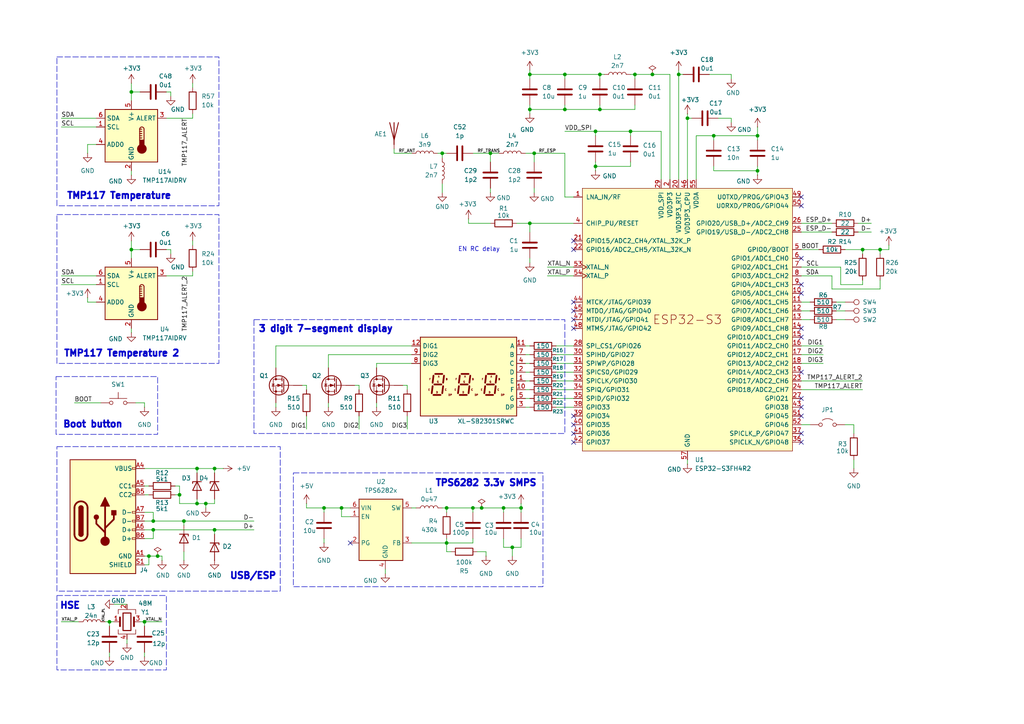
<source format=kicad_sch>
(kicad_sch (version 20250114) (generator "eeschema") (generator_version "9.0")
  (paper "A4")
  (title_block (title "ADBQ USB temperature sensor") (date "2025-11-14") (rev "01") (company "Rémi Ait-Younes"))
  (rectangle (start 85.09 137.16) (end 157.48 170.18) (stroke (width 0) (type dash)))
  (rectangle (start 16.51 62.23) (end 63.5 105.41) (stroke (width 0) (type dash)))
  (rectangle (start 16.51 172.72) (end 48.26 194.31) (stroke (width 0) (type dash)))
  (rectangle (start 16.51 16.51) (end 63.5 59.69) (stroke (width 0) (type dash)))
  (rectangle (start 73.66 92.71) (end 163.83 125.73) (stroke (width 0) (type dash)))
  (rectangle (start 16.51 129.54) (end 81.28 171.45) (stroke (width 0) (type dash)))
  (rectangle (start 16.256 109.22) (end 45.72 125.984) (stroke (width 0) (type dash)))
  (text "TMP117 Temperature" (at 34.544 56.896 0) (effects (font (size 1.905 1.905) (thickness 0.508) (bold yes))))
  (text "USB/ESP" (at 73.406 167.132 0) (effects (font (size 1.905 1.905) (thickness 0.508) (bold yes))))
  (text "TPS6282 3.3v SMPS" (at 140.97 140.208 0) (effects (font (size 1.905 1.905) (thickness 0.508) (bold yes))))
  (text "HSE" (at 20.32 175.768 0) (effects (font (size 1.905 1.905) (thickness 0.508) (bold yes))))
  (text "EN RC delay" (at 138.938 72.39 0) (effects (font (size 1.27 1.27))))
  (text "TMP117 Temperature 2" (at 35.306 102.616 0) (effects (font (size 1.905 1.905) (thickness 0.508) (bold yes))))
  (text "Boot button" (at 26.924 123.19 0) (effects (font (size 1.905 1.905) (thickness 0.508) (bold yes))))
  (text "3 digit 7-segment display" (at 94.488 95.504 0) (effects (font (size 1.905 1.905) (thickness 0.508) (bold yes))))
  (junction (at 219.71 39.37))
  (junction (at 38.1 72.39))
  (junction (at 154.94 44.45))
  (junction (at 41.91 180.34))
  (junction (at 153.67 21.59))
  (junction (at 184.15 21.59))
  (junction (at 99.06 147.32))
  (junction (at 199.39 34.29))
  (junction (at 53.34 151.13))
  (junction (at 146.05 147.32))
  (junction (at 250.19 72.39))
  (junction (at 207.01 39.37))
  (junction (at 153.67 64.77))
  (junction (at 219.71 49.53))
  (junction (at 38.1 26.67))
  (junction (at 52.07 143.51))
  (junction (at 43.18 161.29))
  (junction (at 31.75 180.34))
  (junction (at 173.99 31.75))
  (junction (at 189.23 21.59))
  (junction (at 182.88 38.1))
  (junction (at 62.23 153.67))
  (junction (at 93.98 147.32))
  (junction (at 151.13 147.32))
  (junction (at 44.45 151.13))
  (junction (at 128.27 44.45))
  (junction (at 163.83 21.59))
  (junction (at 142.24 44.45))
  (junction (at 62.23 135.89))
  (junction (at 148.59 158.75))
  (junction (at 173.99 21.59))
  (junction (at 172.72 38.1))
  (junction (at 163.83 31.75))
  (junction (at 45.72 161.29))
  (junction (at 129.54 157.48))
  (junction (at 172.72 48.26))
  (junction (at 129.54 147.32))
  (junction (at 57.15 135.89))
  (junction (at 255.27 72.39))
  (junction (at 153.67 31.75))
  (junction (at 44.45 153.67))
  (junction (at 139.7 147.32))
  (junction (at 196.85 21.59))
  (junction (at 137.16 147.32))
  (junction (at 59.69 146.05))
  (junction (at 57.15 146.05))
  (no_connect (at 232.41 95.25))
  (no_connect (at 166.37 92.71))
  (no_connect (at 232.41 107.95))
  (no_connect (at 166.37 87.63))
  (no_connect (at 232.41 120.65))
  (no_connect (at 166.37 128.27))
  (no_connect (at 232.41 118.11))
  (no_connect (at 232.41 74.93))
  (no_connect (at 166.37 95.25))
  (no_connect (at 101.6 157.48))
  (no_connect (at 232.41 57.15))
  (no_connect (at 232.41 97.79))
  (no_connect (at 166.37 123.19))
  (no_connect (at 232.41 125.73))
  (no_connect (at 232.41 59.69))
  (no_connect (at 232.41 82.55))
  (no_connect (at 232.41 85.09))
  (no_connect (at 166.37 69.85))
  (no_connect (at 166.37 120.65))
  (no_connect (at 232.41 128.27))
  (no_connect (at 166.37 72.39))
  (no_connect (at 232.41 115.57))
  (no_connect (at 166.37 125.73))
  (no_connect (at 166.37 90.17))
  (wire (pts (xy 55.88 33.02) (xy 55.88 34.29)))
  (wire (pts (xy 128.27 53.34) (xy 128.27 55.88)))
  (wire (pts (xy 59.69 146.05) (xy 62.23 146.05)))
  (wire (pts (xy 45.72 161.29) (xy 46.99 161.29)))
  (wire (pts (xy 99.06 147.32) (xy 99.06 149.86)))
  (wire (pts (xy 163.83 44.45) (xy 163.83 57.15)))
  (wire (pts (xy 199.39 34.29) (xy 200.66 34.29)))
  (wire (pts (xy 219.71 48.26) (xy 219.71 49.53)))
  (wire (pts (xy 59.69 147.32) (xy 59.69 146.05)))
  (wire (pts (xy 25.4 41.91) (xy 27.94 41.91)))
  (wire (pts (xy 184.15 31.75) (xy 173.99 31.75)))
  (wire (pts (xy 52.07 140.97) (xy 50.8 140.97)))
  (wire (pts (xy 247.65 123.19) (xy 247.65 125.73)))
  (wire (pts (xy 41.91 180.34) (xy 40.64 180.34)))
  (wire (pts (xy 152.4 100.33) (xy 153.67 100.33)))
  (wire (pts (xy 152.4 110.49) (xy 153.67 110.49)))
  (wire (pts (xy 43.18 161.29) (xy 41.91 161.29)))
  (wire (pts (xy 57.15 146.05) (xy 59.69 146.05)))
  (wire (pts (xy 31.75 190.5) (xy 31.75 189.23)))
  (wire (pts (xy 41.91 116.84) (xy 41.91 118.11)))
  (wire (pts (xy 250.19 72.39) (xy 250.19 73.66)))
  (wire (pts (xy 41.91 189.23) (xy 41.91 190.5)))
  (wire (pts (xy 153.67 21.59) (xy 163.83 21.59)))
  (wire (pts (xy 95.25 102.87) (xy 95.25 106.68)))
  (wire (pts (xy 148.59 158.75) (xy 151.13 158.75)))
  (wire (pts (xy 40.64 72.39) (xy 38.1 72.39)))
  (wire (pts (xy 142.24 46.99) (xy 142.24 44.45)))
  (wire (pts (xy 166.37 105.41) (xy 161.29 105.41)))
  (wire (pts (xy 163.83 57.15) (xy 166.37 57.15)))
  (wire (pts (xy 52.07 146.05) (xy 57.15 146.05)))
  (wire (pts (xy 219.71 49.53) (xy 207.01 49.53)))
  (wire (pts (xy 166.37 115.57) (xy 161.29 115.57)))
  (wire (pts (xy 146.05 158.75) (xy 148.59 158.75)))
  (wire (pts (xy 114.3 44.45) (xy 114.3 43.18)))
  (wire (pts (xy 242.57 92.71) (xy 245.11 92.71)))
  (wire (pts (xy 48.26 80.01) (xy 55.88 80.01)))
  (wire (pts (xy 53.34 151.13) (xy 53.34 152.4)))
  (wire (pts (xy 62.23 153.67) (xy 73.66 153.67)))
  (wire (pts (xy 137.16 147.32) (xy 139.7 147.32)))
  (wire (pts (xy 129.54 160.02) (xy 129.54 157.48)))
  (wire (pts (xy 232.41 90.17) (xy 234.95 90.17)))
  (wire (pts (xy 30.48 180.34) (xy 31.75 180.34)))
  (wire (pts (xy 196.85 20.32) (xy 196.85 21.59)))
  (wire (pts (xy 153.67 64.77) (xy 149.86 64.77)))
  (wire (pts (xy 62.23 144.78) (xy 62.23 146.05)))
  (wire (pts (xy 62.23 135.89) (xy 62.23 137.16)))
  (wire (pts (xy 44.45 156.21) (xy 44.45 153.67)))
  (wire (pts (xy 21.59 116.84) (xy 29.21 116.84)))
  (wire (pts (xy 232.41 105.41) (xy 238.76 105.41)))
  (wire (pts (xy 205.74 21.59) (xy 212.09 21.59)))
  (wire (pts (xy 173.99 30.48) (xy 173.99 31.75)))
  (wire (pts (xy 88.9 111.76) (xy 87.63 111.76)))
  (wire (pts (xy 163.83 31.75) (xy 153.67 31.75)))
  (wire (pts (xy 93.98 147.32) (xy 99.06 147.32)))
  (wire (pts (xy 62.23 153.67) (xy 62.23 154.94)))
  (wire (pts (xy 25.4 86.36) (xy 25.4 87.63)))
  (wire (pts (xy 40.64 26.67) (xy 38.1 26.67)))
  (wire (pts (xy 219.71 49.53) (xy 219.71 50.8)))
  (wire (pts (xy 88.9 120.65) (xy 88.9 124.46)))
  (wire (pts (xy 153.67 67.31) (xy 153.67 64.77)))
  (wire (pts (xy 248.92 64.77) (xy 252.73 64.77)))
  (wire (pts (xy 41.91 116.84) (xy 39.37 116.84)))
  (wire (pts (xy 182.88 38.1) (xy 191.77 38.1)))
  (wire (pts (xy 152.4 105.41) (xy 153.67 105.41)))
  (wire (pts (xy 119.38 157.48) (xy 129.54 157.48)))
  (wire (pts (xy 137.16 156.21) (xy 137.16 157.48)))
  (wire (pts (xy 182.88 48.26) (xy 172.72 48.26)))
  (wire (pts (xy 44.45 151.13) (xy 53.34 151.13)))
  (wire (pts (xy 80.01 100.33) (xy 119.38 100.33)))
  (wire (pts (xy 163.83 38.1) (xy 172.72 38.1)))
  (wire (pts (xy 247.65 133.35) (xy 247.65 135.89)))
  (wire (pts (xy 232.41 72.39) (xy 237.49 72.39)))
  (wire (pts (xy 44.45 153.67) (xy 41.91 153.67)))
  (wire (pts (xy 104.14 111.76) (xy 104.14 113.03)))
  (wire (pts (xy 44.45 153.67) (xy 62.23 153.67)))
  (wire (pts (xy 146.05 158.75) (xy 146.05 156.21)))
  (wire (pts (xy 43.18 163.83) (xy 41.91 163.83)))
  (wire (pts (xy 152.4 107.95) (xy 153.67 107.95)))
  (wire (pts (xy 201.93 39.37) (xy 201.93 52.07)))
  (wire (pts (xy 38.1 69.85) (xy 38.1 72.39)))
  (wire (pts (xy 219.71 39.37) (xy 219.71 40.64)))
  (wire (pts (xy 114.3 44.45) (xy 119.38 44.45)))
  (wire (pts (xy 154.94 46.99) (xy 154.94 44.45)))
  (wire (pts (xy 44.45 151.13) (xy 41.91 151.13)))
  (wire (pts (xy 232.41 123.19) (xy 234.95 123.19)))
  (wire (pts (xy 151.13 158.75) (xy 151.13 156.21)))
  (wire (pts (xy 212.09 21.59) (xy 212.09 22.86)))
  (wire (pts (xy 95.25 116.84) (xy 95.25 118.11)))
  (wire (pts (xy 172.72 48.26) (xy 172.72 49.53)))
  (wire (pts (xy 163.83 21.59) (xy 173.99 21.59)))
  (wire (pts (xy 182.88 21.59) (xy 184.15 21.59)))
  (wire (pts (xy 255.27 72.39) (xy 250.19 72.39)))
  (wire (pts (xy 146.05 147.32) (xy 151.13 147.32)))
  (wire (pts (xy 245.11 123.19) (xy 247.65 123.19)))
  (wire (pts (xy 52.07 146.05) (xy 52.07 143.51)))
  (wire (pts (xy 128.27 147.32) (xy 129.54 147.32)))
  (wire (pts (xy 166.37 102.87) (xy 161.29 102.87)))
  (wire (pts (xy 17.78 82.55) (xy 27.94 82.55)))
  (wire (pts (xy 154.94 54.61) (xy 154.94 55.88)))
  (wire (pts (xy 166.37 118.11) (xy 161.29 118.11)))
  (wire (pts (xy 196.85 21.59) (xy 196.85 52.07)))
  (wire (pts (xy 38.1 24.13) (xy 38.1 26.67)))
  (wire (pts (xy 31.75 181.61) (xy 31.75 180.34)))
  (wire (pts (xy 53.34 160.02) (xy 53.34 162.56)))
  (wire (pts (xy 158.75 80.01) (xy 166.37 80.01)))
  (wire (pts (xy 232.41 92.71) (xy 234.95 92.71)))
  (wire (pts (xy 52.07 140.97) (xy 52.07 143.51)))
  (wire (pts (xy 129.54 157.48) (xy 137.16 157.48)))
  (wire (pts (xy 118.11 120.65) (xy 118.11 124.46)))
  (wire (pts (xy 153.67 31.75) (xy 153.67 30.48)))
  (wire (pts (xy 153.67 74.93) (xy 153.67 76.2)))
  (wire (pts (xy 166.37 100.33) (xy 161.29 100.33)))
  (wire (pts (xy 128.27 45.72) (xy 128.27 44.45)))
  (wire (pts (xy 17.78 80.01) (xy 27.94 80.01)))
  (wire (pts (xy 207.01 39.37) (xy 207.01 40.64)))
  (wire (pts (xy 88.9 147.32) (xy 93.98 147.32)))
  (wire (pts (xy 43.18 161.29) (xy 43.18 163.83)))
  (wire (pts (xy 184.15 21.59) (xy 184.15 22.86)))
  (wire (pts (xy 199.39 133.35) (xy 199.39 134.62)))
  (wire (pts (xy 80.01 106.68) (xy 80.01 100.33)))
  (wire (pts (xy 31.75 180.34) (xy 33.02 180.34)))
  (wire (pts (xy 242.57 90.17) (xy 245.11 90.17)))
  (wire (pts (xy 137.16 44.45) (xy 142.24 44.45)))
  (wire (pts (xy 119.38 105.41) (xy 109.22 105.41)))
  (wire (pts (xy 199.39 33.02) (xy 199.39 34.29)))
  (wire (pts (xy 166.37 110.49) (xy 161.29 110.49)))
  (wire (pts (xy 191.77 38.1) (xy 191.77 52.07)))
  (wire (pts (xy 232.41 102.87) (xy 238.76 102.87)))
  (wire (pts (xy 241.3 80.01) (xy 241.3 83.82)))
  (wire (pts (xy 153.67 31.75) (xy 153.67 33.02)))
  (wire (pts (xy 119.38 102.87) (xy 95.25 102.87)))
  (wire (pts (xy 173.99 21.59) (xy 173.99 22.86)))
  (wire (pts (xy 250.19 72.39) (xy 245.11 72.39)))
  (wire (pts (xy 196.85 21.59) (xy 198.12 21.59)))
  (wire (pts (xy 129.54 147.32) (xy 129.54 148.59)))
  (wire (pts (xy 52.07 143.51) (xy 50.8 143.51)))
  (wire (pts (xy 189.23 21.59) (xy 184.15 21.59)))
  (wire (pts (xy 242.57 87.63) (xy 245.11 87.63)))
  (wire (pts (xy 41.91 135.89) (xy 57.15 135.89)))
  (wire (pts (xy 152.4 102.87) (xy 153.67 102.87)))
  (wire (pts (xy 49.53 72.39) (xy 48.26 72.39)))
  (wire (pts (xy 109.22 105.41) (xy 109.22 106.68)))
  (wire (pts (xy 140.97 161.29) (xy 140.97 160.02)))
  (wire (pts (xy 46.99 161.29) (xy 46.99 162.56)))
  (wire (pts (xy 255.27 81.28) (xy 255.27 83.82)))
  (wire (pts (xy 158.75 77.47) (xy 166.37 77.47)))
  (wire (pts (xy 151.13 146.05) (xy 151.13 147.32)))
  (wire (pts (xy 62.23 135.89) (xy 64.77 135.89)))
  (wire (pts (xy 172.72 38.1) (xy 182.88 38.1)))
  (wire (pts (xy 43.18 140.97) (xy 41.91 140.97)))
  (wire (pts (xy 257.81 72.39) (xy 255.27 72.39)))
  (wire (pts (xy 129.54 156.21) (xy 129.54 157.48)))
  (wire (pts (xy 130.81 160.02) (xy 129.54 160.02)))
  (wire (pts (xy 194.31 21.59) (xy 189.23 21.59)))
  (wire (pts (xy 142.24 44.45) (xy 144.78 44.45)))
  (wire (pts (xy 207.01 39.37) (xy 201.93 39.37)))
  (wire (pts (xy 154.94 44.45) (xy 163.83 44.45)))
  (wire (pts (xy 241.3 83.82) (xy 255.27 83.82)))
  (wire (pts (xy 208.28 34.29) (xy 212.09 34.29)))
  (wire (pts (xy 163.83 30.48) (xy 163.83 31.75)))
  (wire (pts (xy 152.4 115.57) (xy 153.67 115.57)))
  (wire (pts (xy 55.88 78.74) (xy 55.88 80.01)))
  (wire (pts (xy 212.09 35.56) (xy 212.09 34.29)))
  (wire (pts (xy 33.02 175.26) (xy 36.83 175.26)))
  (wire (pts (xy 182.88 38.1) (xy 182.88 39.37)))
  (wire (pts (xy 49.53 26.67) (xy 48.26 26.67)))
  (wire (pts (xy 57.15 135.89) (xy 57.15 137.16)))
  (wire (pts (xy 38.1 49.53) (xy 38.1 50.8)))
  (wire (pts (xy 232.41 67.31) (xy 241.3 67.31)))
  (wire (pts (xy 104.14 120.65) (xy 104.14 124.46)))
  (wire (pts (xy 101.6 149.86) (xy 99.06 149.86)))
  (wire (pts (xy 38.1 26.67) (xy 38.1 29.21)))
  (wire (pts (xy 207.01 48.26) (xy 207.01 49.53)))
  (wire (pts (xy 118.11 111.76) (xy 118.11 113.03)))
  (wire (pts (xy 153.67 21.59) (xy 153.67 22.86)))
  (wire (pts (xy 36.83 185.42) (xy 36.83 186.69)))
  (wire (pts (xy 57.15 135.89) (xy 62.23 135.89)))
  (wire (pts (xy 243.84 82.55) (xy 250.19 82.55)))
  (wire (pts (xy 17.78 34.29) (xy 27.94 34.29)))
  (wire (pts (xy 44.45 148.59) (xy 44.45 151.13)))
  (wire (pts (xy 129.54 44.45) (xy 128.27 44.45)))
  (wire (pts (xy 25.4 44.45) (xy 25.4 41.91)))
  (wire (pts (xy 153.67 20.32) (xy 153.67 21.59)))
  (wire (pts (xy 55.88 69.85) (xy 55.88 71.12)))
  (wire (pts (xy 172.72 39.37) (xy 172.72 38.1)))
  (wire (pts (xy 232.41 87.63) (xy 234.95 87.63)))
  (wire (pts (xy 243.84 77.47) (xy 243.84 82.55)))
  (wire (pts (xy 152.4 113.03) (xy 153.67 113.03)))
  (wire (pts (xy 248.92 67.31) (xy 252.73 67.31)))
  (wire (pts (xy 199.39 52.07) (xy 199.39 34.29)))
  (wire (pts (xy 38.1 72.39) (xy 38.1 74.93)))
  (wire (pts (xy 99.06 147.32) (xy 101.6 147.32)))
  (wire (pts (xy 232.41 113.03) (xy 250.19 113.03)))
  (wire (pts (xy 49.53 73.66) (xy 49.53 72.39)))
  (wire (pts (xy 135.89 63.5) (xy 135.89 64.77)))
  (wire (pts (xy 232.41 77.47) (xy 243.84 77.47)))
  (wire (pts (xy 166.37 107.95) (xy 161.29 107.95)))
  (wire (pts (xy 184.15 30.48) (xy 184.15 31.75)))
  (wire (pts (xy 194.31 52.07) (xy 194.31 21.59)))
  (wire (pts (xy 17.78 36.83) (xy 27.94 36.83)))
  (wire (pts (xy 151.13 147.32) (xy 151.13 148.59)))
  (wire (pts (xy 43.18 143.51) (xy 41.91 143.51)))
  (wire (pts (xy 41.91 181.61) (xy 41.91 180.34)))
  (wire (pts (xy 148.59 158.75) (xy 148.59 161.29)))
  (wire (pts (xy 57.15 144.78) (xy 57.15 146.05)))
  (wire (pts (xy 250.19 82.55) (xy 250.19 81.28)))
  (wire (pts (xy 104.14 111.76) (xy 102.87 111.76)))
  (wire (pts (xy 80.01 116.84) (xy 80.01 118.11)))
  (wire (pts (xy 118.11 111.76) (xy 116.84 111.76)))
  (wire (pts (xy 173.99 21.59) (xy 175.26 21.59)))
  (wire (pts (xy 152.4 44.45) (xy 154.94 44.45)))
  (wire (pts (xy 182.88 46.99) (xy 182.88 48.26)))
  (wire (pts (xy 25.4 87.63) (xy 27.94 87.63)))
  (wire (pts (xy 232.41 80.01) (xy 241.3 80.01)))
  (wire (pts (xy 93.98 147.32) (xy 93.98 148.59)))
  (wire (pts (xy 219.71 39.37) (xy 207.01 39.37)))
  (wire (pts (xy 49.53 27.94) (xy 49.53 26.67)))
  (wire (pts (xy 41.91 148.59) (xy 44.45 148.59)))
  (wire (pts (xy 219.71 36.83) (xy 219.71 39.37)))
  (wire (pts (xy 153.67 64.77) (xy 166.37 64.77)))
  (wire (pts (xy 135.89 64.77) (xy 142.24 64.77)))
  (wire (pts (xy 129.54 147.32) (xy 137.16 147.32)))
  (wire (pts (xy 232.41 110.49) (xy 250.19 110.49)))
  (wire (pts (xy 53.34 151.13) (xy 73.66 151.13)))
  (wire (pts (xy 128.27 44.45) (xy 127 44.45)))
  (wire (pts (xy 43.18 161.29) (xy 45.72 161.29)))
  (wire (pts (xy 41.91 156.21) (xy 44.45 156.21)))
  (wire (pts (xy 142.24 54.61) (xy 142.24 55.88)))
  (wire (pts (xy 152.4 118.11) (xy 153.67 118.11)))
  (wire (pts (xy 255.27 72.39) (xy 255.27 73.66)))
  (wire (pts (xy 257.81 71.12) (xy 257.81 72.39)))
  (wire (pts (xy 140.97 160.02) (xy 138.43 160.02)))
  (wire (pts (xy 232.41 100.33) (xy 238.76 100.33)))
  (wire (pts (xy 55.88 24.13) (xy 55.88 25.4)))
  (wire (pts (xy 232.41 64.77) (xy 241.3 64.77)))
  (wire (pts (xy 93.98 156.21) (xy 93.98 157.48)))
  (wire (pts (xy 111.76 165.1) (xy 111.76 166.37)))
  (wire (pts (xy 41.91 180.34) (xy 46.99 180.34)))
  (wire (pts (xy 173.99 31.75) (xy 163.83 31.75)))
  (wire (pts (xy 119.38 147.32) (xy 120.65 147.32)))
  (wire (pts (xy 109.22 116.84) (xy 109.22 118.11)))
  (wire (pts (xy 88.9 111.76) (xy 88.9 113.03)))
  (wire (pts (xy 137.16 148.59) (xy 137.16 147.32)))
  (wire (pts (xy 172.72 48.26) (xy 172.72 46.99)))
  (wire (pts (xy 88.9 146.05) (xy 88.9 147.32)))
  (wire (pts (xy 38.1 95.25) (xy 38.1 96.52)))
  (wire (pts (xy 166.37 113.03) (xy 161.29 113.03)))
  (wire (pts (xy 163.83 21.59) (xy 163.83 22.86)))
  (wire (pts (xy 146.05 148.59) (xy 146.05 147.32)))
  (wire (pts (xy 17.78 180.34) (xy 22.86 180.34)))
  (wire (pts (xy 139.7 147.32) (xy 146.05 147.32)))
  (wire (pts (xy 48.26 34.29) (xy 55.88 34.29)))
  (label "DIG3" (at 238.76 105.41 180))
  (label "D-" (at 252.73 67.31 180))
  (label "XTAL_P" (at 17.78 180.34 0) (effects (font (size 0.889 0.889))))
  (label "SCL" (at 17.78 82.55 0))
  (label "D+" (at 73.66 153.67 180))
  (label "XTAL_P" (at 158.75 80.01 0))
  (label "DIG1" (at 238.76 100.33 180))
  (label "SCL" (at 17.78 36.83 0))
  (label "TMP117_ALERT" (at 250.19 113.03 180))
  (label "SDA" (at 17.78 80.01 0))
  (label "BOOT" (at 21.59 116.84 0))
  (label "SDA" (at 237.49 80.01 180))
  (label "SDA" (at 17.78 34.29 0))
  (label "BOOT" (at 232.41 72.39 0))
  (label "XTAL_PL" (at 30.48 180.34 90) (effects (font (size 0.635 0.635))))
  (label "TMP117_ALERT_2" (at 250.19 110.49 180))
  (label "DIG1" (at 88.9 124.46 180))
  (label "DIG2" (at 104.14 124.46 180))
  (label "DIG3" (at 118.11 124.46 180))
  (label "RF_ANT" (at 115.57 44.45 0) (effects (font (size 0.889 0.889))))
  (label "D+" (at 252.73 64.77 180))
  (label "ESP_D+" (at 241.3 64.77 180))
  (label "VDD_SPI" (at 163.83 38.1 0))
  (label "TMP117_ALERT_2" (at 54.61 80.01 270))
  (label "TMP117_ALERT" (at 54.61 34.29 270))
  (label "RF_TRANS" (at 138.43 44.45 0) (effects (font (size 0.889 0.889))))
  (label "XTAL_N" (at 46.99 180.34 180) (effects (font (size 0.889 0.889))))
  (label "XTAL_N" (at 158.75 77.47 0))
  (label "DIG2" (at 238.76 102.87 180))
  (label "RF_ESP" (at 156.21 44.45 0) (effects (font (size 0.889 0.889))))
  (label "D-" (at 73.66 151.13 180))
  (label "ESP_D-" (at 241.3 67.31 180))
  (label "SCL" (at 237.49 77.47 180))
  (symbol (lib_id "power:GND") (at 33.02 175.26 270) (unit 1)
    (property "Reference" "#PWR052" (effects (hide yes)))
    (property "Value" "GND" (at 34.29 174.244 90))
    (property "Description" "Power symbol creates a global label with name \"GND\" , ground" (effects (hide yes)))
  )
  (symbol (lib_id "Connector:USB_C_Receptacle_USB2.0_14P") (at 29.21 151.13 0) (unit 1)
    (property "Reference" "J4" (at 42.926 165.354 0) (effects (justify right)))
    (property "Value" "USB_C_Receptacle_USB2.0_14P" (effects (hide yes)))
    (property "Footprint" "Connector_USB:USB_C_Receptacle_HRO_TYPE-C-31-M-12" (effects (hide yes)))
    (property "Datasheet" "https://www.usb.org/sites/default/files/documents/usb_type-c.zip" (effects (hide yes)))
    (property "Description" "USB 2.0-only 14P Type-C Receptacle connector" (effects (hide yes)))
    (property "Manufacturer" "Shou HAN" (effects (hide yes)))
    (property "Manufacturer Part Number" "TYPE-C16PIN" (effects (hide yes)))
    (property "Basic" "X" (effects (hide yes)))
    (property "JLCPCB Part #" "C393939" (effects (hide yes)))
  )
  (symbol (lib_id "power:GND") (at 46.99 162.56 0) (mirror y) (unit 1)
    (property "Reference" "#PWR049" (effects (hide yes)))
    (property "Value" "GND" (at 45.212 166.878 0) (effects (justify right)))
    (property "Description" "Power symbol creates a global label with name \"GND\" , ground" (effects (hide yes)))
  )
  (symbol (lib_id "power:GND") (at 49.53 73.66 0) (unit 1)
    (property "Reference" "#PWR032" (effects (hide yes)))
    (property "Value" "GND" (at 51.562 77.47 0))
    (property "Description" "Power symbol creates a global label with name \"GND\" , ground" (effects (hide yes)))
  )
  (symbol (lib_id "Device:R") (at 55.88 74.93 0) (unit 1)
    (property "Reference" "R24" (at 58.42 73.6599 0) (effects (justify left)))
    (property "Value" "10k" (at 58.42 76.1999 0) (effects (justify left)))
    (property "Footprint" "Resistor_SMD:R_0402_1005Metric" (effects (hide yes)))
    (property "Description" "Resistor" (effects (hide yes)))
    (property "Basic" "Y" (effects (hide yes)))
    (property "JLCPCB Part #" "C25804" (effects (hide yes)))
    (property "Manufacturer" "Uniroyal Elec" (effects (hide yes)))
    (property "Manufacturer Part Number" "0603WAF1002T5E" (effects (hide yes)))
  )
  (symbol (lib_id "Device:R") (at 88.9 116.84 0) (unit 1)
    (property "Reference" "R15" (at 87.122 115.57 0) (effects (justify right)))
    (property "Value" "510" (at 87.122 118.11 0) (effects (justify right)))
    (property "Footprint" "Resistor_SMD:R_0402_1005Metric" (effects (hide yes)))
    (property "Description" "Resistor" (effects (hide yes)))
    (property "Basic" "Y" (effects (hide yes)))
    (property "JLCPCB Part #" "C25123" (effects (hide yes)))
    (property "Manufacturer" "Uniroyal Elec" (effects (hide yes)))
    (property "Manufacturer Part Number" "0402WGF5100TCE" (effects (hide yes)))
  )
  (symbol (lib_id "Device:R") (at 46.99 143.51 270) (mirror x) (unit 1)
    (property "Reference" "R13" (at 46.99 145.796 90))
    (property "Value" "5k1" (at 46.99 147.574 90))
    (property "Footprint" "Resistor_SMD:R_0402_1005Metric" (effects (hide yes)))
    (property "Description" "Resistor" (effects (hide yes)))
    (property "Manufacturer" "Uniroyal Elec" (effects (hide yes)))
    (property "Manufacturer Part Number" "0603WAF5101T5E" (effects (hide yes)))
    (property "Basic" "Y" (effects (hide yes)))
    (property "JLCPCB Part #" "C23186" (effects (hide yes)))
  )
  (symbol (lib_id "Device:R") (at 118.11 116.84 0) (unit 1)
    (property "Reference" "R11" (at 116.332 115.57 0) (effects (justify right)))
    (property "Value" "510" (at 116.332 118.11 0) (effects (justify right)))
    (property "Footprint" "Resistor_SMD:R_0402_1005Metric" (effects (hide yes)))
    (property "Description" "Resistor" (effects (hide yes)))
    (property "Basic" "Y" (effects (hide yes)))
    (property "JLCPCB Part #" "C25123" (effects (hide yes)))
    (property "Manufacturer" "Uniroyal Elec" (effects (hide yes)))
    (property "Manufacturer Part Number" "0402WGF5100TCE" (effects (hide yes)))
  )
  (symbol (lib_id "Device:R") (at 134.62 160.02 90) (mirror x) (unit 1)
    (property "Reference" "R5" (at 134.62 165.608 90))
    (property "Value" "100k" (at 134.62 163.068 90))
    (property "Footprint" "Resistor_SMD:R_0402_1005Metric" (effects (hide yes)))
    (property "Description" "Resistor" (effects (hide yes)))
    (property "Basic" "Y" (effects (hide yes)))
    (property "JLCPCB Part #" "C25741" (effects (hide yes)))
    (property "Manufacturer" "Uniroyal Elec" (effects (hide yes)))
    (property "Manufacturer Part Number" "0402WGF1003TCE" (effects (hide yes)))
  )
  (symbol (lib_id "power:GND") (at 41.91 190.5 0) (unit 1)
    (property "Reference" "#PWR025" (effects (hide yes)))
    (property "Value" "GND" (at 45.212 192.278 0))
    (property "Description" "Power symbol creates a global label with name \"GND\" , ground" (effects (hide yes)))
  )
  (symbol (lib_id "Device:C") (at 154.94 50.8 0) (unit 1)
    (property "Reference" "C28" (at 151.13 49.5299 0) (effects (justify right)))
    (property "Value" "1p2" (at 151.13 52.0699 0) (effects (justify right)))
    (property "Footprint" "Capacitor_SMD:C_0402_1005Metric" (effects (hide yes)))
    (property "Description" "Unpolarized capacitor" (effects (hide yes)))
    (property "Manufacturer" "Murata" (effects (hide yes)))
    (property "Manufacturer Part Number" "GJM1555C1H1R2WB01D" (effects (hide yes)))
    (property "Basic" "X" (effects (hide yes)))
    (property "JLCPCB Part #" "C76899" (effects (hide yes)))
  )
  (symbol (lib_id "Connector:TestPoint") (at 245.11 90.17 270) (unit 1) (in_bom no)
    (property "Reference" "SW3" (at 250.19 90.17 90) (effects (justify left)))
    (property "Value" "TestPoint" (effects (hide yes)))
    (property "Footprint" "TestPoint:TestPoint_Pad_D1.5mm" (effects (hide yes)))
    (property "Description" "test point" (effects (hide yes)))
  )
  (symbol (lib_id "Pers:TPS6282x") (at 111.76 154.94 0) (unit 1)
    (property "Reference" "U2" (at 110.49 139.7 0))
    (property "Value" "TPS6282x" (at 110.49 142.24 0))
    (property "Footprint" "Pers:Texas_VSON-6_1.5x1.5mm_P0.5mm_DMQ0006A" (effects (hide yes)))
    (property "Datasheet" "https://www.ti.com/lit/ds/symlink/tps62826.pdf" (effects (hide yes)))
    (property "Description" "TPS6282x 2.4V to 5.5V Input, 1, 2, 3, 4A Step-Down Converter With 1% OutputAccuracy" (effects (hide yes)))
    (property "Basic" "X" (effects (hide yes)))
    (property "JLCPCB Part #" "C2650334" (effects (hide yes)))
    (property "Manufacturer" "Texas Instruments" (effects (hide yes)))
    (property "Manufacturer Part Number" "TPS62825DMQR" (effects (hide yes)))
  )
  (symbol (lib_id "power:GND") (at 199.39 134.62 0) (unit 1)
    (property "Reference" "#PWR01" (effects (hide yes)))
    (property "Value" "GND" (at 195.58 136.144 0))
    (property "Description" "Power symbol creates a global label with name \"GND\" , ground" (effects (hide yes)))
  )
  (symbol (lib_id "Device:R") (at 157.48 100.33 90) (unit 1)
    (property "Reference" "R16" (at 161.798 101.6 90) (effects (font (size 1.016 1.016))))
    (property "Value" "150" (at 157.48 100.33 90))
    (property "Footprint" "Resistor_SMD:R_0402_1005Metric" (effects (hide yes)))
    (property "Description" "Resistor" (effects (hide yes)))
    (property "Basic" "Y" (effects (hide yes)))
    (property "JLCPCB Part #" "C25082" (effects (hide yes)))
    (property "Manufacturer" "Uniroyal Elec" (effects (hide yes)))
    (property "Manufacturer Part Number" "0402WGF1500TCE" (effects (hide yes)))
  )
  (symbol (lib_id "power:+3V3") (at 135.89 63.5 0) (unit 1)
    (property "Reference" "#PWR04" (effects (hide yes)))
    (property "Value" "+3V3" (at 135.636 59.182 0))
    (property "Description" "Power symbol creates a global label with name \"+3V3\"" (effects (hide yes)))
  )
  (symbol (lib_id "power:GND") (at 111.76 166.37 0) (unit 1)
    (property "Reference" "#PWR010" (effects (hide yes)))
    (property "Value" "GND" (at 107.442 168.402 0))
    (property "Description" "Power symbol creates a global label with name \"GND\" , ground" (effects (hide yes)))
  )
  (symbol (lib_id "Device:L") (at 128.27 49.53 0) (mirror x) (unit 1)
    (property "Reference" "L7" (at 127 48.2599 0) (effects (justify right)))
    (property "Value" "2n7" (at 127 50.7999 0) (effects (justify right)))
    (property "Footprint" "Inductor_SMD:L_0402_1005Metric" (effects (hide yes)))
    (property "Description" "Inductor" (effects (hide yes)))
    (property "JLCPCB Part #" "C77108" (effects (hide yes)))
    (property "Manufacturer" "Murata" (effects (hide yes)))
    (property "Manufacturer Part Number" "LQG15HS2N7S02D" (effects (hide yes)))
    (property "Basic" "X" (effects (hide yes)))
  )
  (symbol (lib_id "Pers:H5VU10U") (at 62.23 140.97 90) (mirror x) (unit 1)
    (property "Reference" "D4" (at 60.452 138.684 90) (effects (justify left)))
    (property "Value" "H5VU10U" (effects (hide yes)))
    (property "Footprint" "Pers:Diode_DFN1006" (effects (hide yes)))
    (property "Datasheet" "https://datasheet.lcsc.com/lcsc/2504101957_hongjiacheng-H5VU10U_C22395519.pdf" (effects (hide yes)))
    (property "Description" "-55℃~+155℃ 0.8pF 16V 200nA 55W@8/20us 5A@8/20us 5V 6V ESD IEC 61000-4-2 Unidirectional DFN1006-2L ESD and Surge Protection (TVS/ESD) ROHS" (effects (hide yes)))
    (property "Basic" "E" (effects (hide yes)))
    (property "JLCPCB Part #" "C22395519" (effects (hide yes)))
    (property "Manufacturer" "hongjiacheng" (effects (hide yes)))
    (property "Manufacturer Part Number" "H5VU10U" (effects (hide yes)))
  )
  (symbol (lib_id "Switch:SW_Push") (at 34.29 116.84 0) (unit 1) (in_bom no)
    (property "Reference" "SW1" (at 34.29 111.506 0))
    (property "Value" "SW_Push" (effects (hide yes)))
    (property "Footprint" "Jumper:SolderJumper-2_P1.3mm_Open_RoundedPad1.0x1.5mm" (effects (hide yes)))
    (property "Description" "Push button switch, generic, two pins" (effects (hide yes)))
  )
  (symbol (lib_id "Device:R") (at 245.11 67.31 90) (mirror x) (unit 1)
    (property "Reference" "R14" (at 245.11 70.104 90))
    (property "Value" "22" (at 245.11 67.31 90))
    (property "Footprint" "Resistor_SMD:R_0402_1005Metric" (effects (hide yes)))
    (property "Description" "Resistor" (effects (hide yes)))
    (property "Basic" "Y" (effects (hide yes)))
    (property "JLCPCB Part #" "C25092" (effects (hide yes)))
    (property "Manufacturer" "Uniroyal Elec" (effects (hide yes)))
    (property "Manufacturer Part Number" "0402WGF220JTCE" (effects (hide yes)))
  )
  (symbol (lib_id "Pers:H5VU10U") (at 62.23 158.75 270) (unit 1)
    (property "Reference" "D2" (at 64.516 158.496 90) (effects (justify left)))
    (property "Value" "H5VU10U" (effects (hide yes)))
    (property "Footprint" "Pers:Diode_DFN1006" (effects (hide yes)))
    (property "Datasheet" "https://datasheet.lcsc.com/lcsc/2504101957_hongjiacheng-H5VU10U_C22395519.pdf" (effects (hide yes)))
    (property "Description" "-55℃~+155℃ 0.8pF 16V 200nA 55W@8/20us 5A@8/20us 5V 6V ESD IEC 61000-4-2 Unidirectional DFN1006-2L ESD and Surge Protection (TVS/ESD) ROHS" (effects (hide yes)))
    (property "Basic" "E" (effects (hide yes)))
    (property "JLCPCB Part #" "C22395519" (effects (hide yes)))
    (property "Manufacturer" "hongjiacheng" (effects (hide yes)))
    (property "Manufacturer Part Number" "H5VU10U" (effects (hide yes)))
  )
  (symbol (lib_id "Pers:H5VU10U") (at 53.34 156.21 270) (unit 1)
    (property "Reference" "D1" (at 55.626 155.956 90) (effects (justify left)))
    (property "Value" "H5VU10U" (effects (hide yes)))
    (property "Footprint" "Pers:Diode_DFN1006" (effects (hide yes)))
    (property "Datasheet" "https://datasheet.lcsc.com/lcsc/2504101957_hongjiacheng-H5VU10U_C22395519.pdf" (effects (hide yes)))
    (property "Description" "-55℃~+155℃ 0.8pF 16V 200nA 55W@8/20us 5A@8/20us 5V 6V ESD IEC 61000-4-2 Unidirectional DFN1006-2L ESD and Surge Protection (TVS/ESD) ROHS" (effects (hide yes)))
    (property "Basic" "E" (effects (hide yes)))
    (property "JLCPCB Part #" "C22395519" (effects (hide yes)))
    (property "Manufacturer" "hongjiacheng" (effects (hide yes)))
    (property "Manufacturer Part Number" "H5VU10U" (effects (hide yes)))
  )
  (symbol (lib_id "power:GND") (at 25.4 44.45 0) (unit 1)
    (property "Reference" "#PWR095" (effects (hide yes)))
    (property "Value" "GND" (at 25.4 49.53 0))
    (property "Description" "Power symbol creates a global label with name \"GND\" , ground" (effects (hide yes)))
  )
  (symbol (lib_id "Device:C") (at 41.91 185.42 0) (unit 1)
    (property "Reference" "C25" (at 43.942 183.642 0) (effects (justify left)))
    (property "Value" "12p" (at 44.196 186.69 0) (effects (justify left)))
    (property "Footprint" "Capacitor_SMD:C_0402_1005Metric" (effects (hide yes)))
    (property "Description" "Unpolarized capacitor" (effects (hide yes)))
    (property "Manufacturer" "Guangdong Fenghua Advanced Tech (FH)" (effects (hide yes)))
    (property "Manufacturer Part Number" "0402CG120J500NT" (effects (hide yes)))
    (property "Basic" "Y" (effects (hide yes)))
    (property "JLCPCB Part #" "C1547" (effects (hide yes)))
  )
  (symbol (lib_id "Connector:TestPoint") (at 245.11 87.63 270) (unit 1) (in_bom no)
    (property "Reference" "SW4" (at 250.19 87.63 90) (effects (justify left)))
    (property "Value" "TestPoint" (effects (hide yes)))
    (property "Footprint" "TestPoint:TestPoint_Pad_D1.5mm" (effects (hide yes)))
    (property "Description" "test point" (effects (hide yes)))
  )
  (symbol (lib_id "power:GND") (at 38.1 96.52 0) (unit 1)
    (property "Reference" "#PWR031" (effects (hide yes)))
    (property "Value" "GND" (at 33.528 98.298 0))
    (property "Description" "Power symbol creates a global label with name \"GND\" , ground" (effects (hide yes)))
  )
  (symbol (lib_id "power:+3V3") (at 38.1 69.85 0) (unit 1)
    (property "Reference" "#PWR030" (effects (hide yes)))
    (property "Value" "+3V3" (at 35.56 65.532 0) (effects (justify left)))
    (property "Description" "Power symbol creates a global label with name \"+3V3\"" (effects (hide yes)))
  )
  (symbol (lib_id "power:GND") (at 148.59 161.29 0) (unit 1)
    (property "Reference" "#PWR013" (effects (hide yes)))
    (property "Value" "GND" (at 148.59 166.37 0))
    (property "Description" "Power symbol creates a global label with name \"GND\" , ground" (effects (hide yes)))
  )
  (symbol (lib_id "Device:C") (at 137.16 152.4 0) (mirror y) (unit 1)
    (property "Reference" "C5" (at 134.62 152.146 0) (effects (justify left)))
    (property "Value" "100p" (at 136.144 154.432 0) (effects (justify left)))
    (property "Footprint" "Capacitor_SMD:C_0402_1005Metric" (effects (hide yes)))
    (property "Description" "Unpolarized capacitor" (effects (hide yes)))
    (property "Basic" "Y" (effects (hide yes)))
    (property "JLCPCB Part #" "C1546" (effects (hide yes)))
    (property "Manufacturer" "Guangdong Fenghua Advanced Tech (FH)" (effects (hide yes)))
    (property "Manufacturer Part Number" "0402CG101J500NT" (effects (hide yes)))
  )
  (symbol (lib_id "power:GND") (at 62.23 162.56 0) (mirror y) (unit 1)
    (property "Reference" "#PWR06" (effects (hide yes)))
    (property "Value" "GND" (at 62.23 166.878 0))
    (property "Description" "Power symbol creates a global label with name \"GND\" , ground" (effects (hide yes)))
  )
  (symbol (lib_id "power:PWR_FLAG") (at 189.23 21.59 0) (unit 1)
    (property "Reference" "#FLG01" (effects (hide yes)))
    (property "Value" "PWR_FLAG" (effects (hide yes)))
    (property "Description" "Special symbol for telling ERC where power comes from" (effects (hide yes)))
  )
  (symbol (lib_id "Device:C") (at 93.98 152.4 0) (unit 1)
    (property "Reference" "C2" (at 88.392 151.384 0) (effects (justify left)))
    (property "Value" "10u" (at 87.884 153.924 0) (effects (justify left)))
    (property "Footprint" "Capacitor_SMD:C_0402_1005Metric" (effects (hide yes)))
    (property "Description" "Unpolarized capacitor" (effects (hide yes)))
    (property "Basic" "Y" (effects (hide yes)))
    (property "JLCPCB Part #" "C15525" (effects (hide yes)))
    (property "Manufacturer" "Samsung Electro-Mechanics " (effects (hide yes)))
    (property "Manufacturer Part Number" "CL05A106MQ5NUNC" (effects (hide yes)))
  )
  (symbol (lib_id "Sensor_Temperature:TMP117xxDRV") (at 38.1 39.37 0) (unit 1)
    (property "Reference" "U14" (at 47.752 49.784 0))
    (property "Value" "TMP117AIDRV" (at 47.752 52.324 0))
    (property "Footprint" "Package_SON:WSON-6-1EP_2x2mm_P0.65mm_EP1x1.6mm" (effects (hide yes)))
    (property "Datasheet" "https://www.ti.com/lit/ds/symlink/tmp117.pdf" (effects (hide yes)))
    (property "Description" "Digital Temperature Sensor with I2C/SMBus Interface, 16 bits, ±0.3°C, one-shot conversion, alert, nist traceable, EEPROM, WSON" (effects (hide yes)))
    (property "Basic" "X" (effects (hide yes)))
    (property "JLCPCB Part #" "C699536" (effects (hide yes)))
    (property "Manufacturer" "Texas Instruments" (effects (hide yes)))
    (property "Manufacturer Part Number" "TMP117AIDRVR" (effects (hide yes)))
  )
  (symbol (lib_id "Device:R") (at 157.48 102.87 90) (unit 1)
    (property "Reference" "R17" (at 161.798 104.14 90) (effects (font (size 1.016 1.016))))
    (property "Value" "150" (at 157.48 102.87 90))
    (property "Footprint" "Resistor_SMD:R_0402_1005Metric" (effects (hide yes)))
    (property "Description" "Resistor" (effects (hide yes)))
    (property "Basic" "Y" (effects (hide yes)))
    (property "JLCPCB Part #" "C25082" (effects (hide yes)))
    (property "Manufacturer" "Uniroyal Elec" (effects (hide yes)))
    (property "Manufacturer Part Number" "0402WGF1500TCE" (effects (hide yes)))
  )
  (symbol (lib_id "Device:C") (at 184.15 26.67 0) (unit 1)
    (property "Reference" "C11" (at 187.96 25.3999 0) (effects (justify left)))
    (property "Value" "0u1" (at 187.96 27.9399 0) (effects (justify left)))
    (property "Footprint" "Capacitor_SMD:C_0402_1005Metric" (effects (hide yes)))
    (property "Description" "Unpolarized capacitor" (effects (hide yes)))
    (property "Manufacturer" "Samsung Electro-Mechanics " (effects (hide yes)))
    (property "Manufacturer Part Number" "CL05B104KB54PNC" (effects (hide yes)))
    (property "Basic" "Y" (effects (hide yes)))
    (property "JLCPCB Part #" "C307331" (effects (hide yes)))
  )
  (symbol (lib_id "power:GND") (at 247.65 135.89 0) (unit 1)
    (property "Reference" "#PWR09" (effects (hide yes)))
    (property "Value" "GND" (at 247.65 140.97 0))
    (property "Description" "Power symbol creates a global label with name \"GND\" , ground" (effects (hide yes)))
  )
  (symbol (lib_id "Device:R") (at 245.11 64.77 90) (unit 1)
    (property "Reference" "R10" (at 245.11 62.23 90))
    (property "Value" "22" (at 245.11 64.77 90))
    (property "Footprint" "Resistor_SMD:R_0402_1005Metric" (effects (hide yes)))
    (property "Description" "Resistor" (effects (hide yes)))
    (property "Basic" "Y" (effects (hide yes)))
    (property "JLCPCB Part #" "C25092" (effects (hide yes)))
    (property "Manufacturer" "Uniroyal Elec" (effects (hide yes)))
    (property "Manufacturer Part Number" "0402WGF220JTCE" (effects (hide yes)))
  )
  (symbol (lib_id "Device:R") (at 46.99 140.97 270) (mirror x) (unit 1)
    (property "Reference" "R12" (at 46.99 137.16 90))
    (property "Value" "5k1" (at 46.99 138.938 90))
    (property "Footprint" "Resistor_SMD:R_0402_1005Metric" (effects (hide yes)))
    (property "Description" "Resistor" (effects (hide yes)))
    (property "Manufacturer" "Uniroyal Elec" (effects (hide yes)))
    (property "Manufacturer Part Number" "0603WAF5101T5E" (effects (hide yes)))
    (property "Basic" "Y" (effects (hide yes)))
    (property "JLCPCB Part #" "C23186" (effects (hide yes)))
  )
  (symbol (lib_id "Device:C") (at 44.45 26.67 90) (unit 1)
    (property "Reference" "C48" (at 48.006 22.098 90))
    (property "Value" "0u1" (at 48.006 24.638 90))
    (property "Footprint" "Capacitor_SMD:C_0402_1005Metric" (effects (hide yes)))
    (property "Description" "Unpolarized capacitor" (effects (hide yes)))
    (property "Basic" "Y" (effects (hide yes)))
    (property "JLCPCB Part #" "C307331" (effects (hide yes)))
    (property "Manufacturer" "Samsung Electro-Mechanics " (effects (hide yes)))
    (property "Manufacturer Part Number" "CL05B104KB54PNC" (effects (hide yes)))
  )
  (symbol (lib_id "Device:R") (at 247.65 129.54 0) (mirror x) (unit 1)
    (property "Reference" "R3" (at 244.348 128.778 0))
    (property "Value" "10k" (at 244.348 130.81 0))
    (property "Footprint" "Resistor_SMD:R_0402_1005Metric" (effects (hide yes)))
    (property "Description" "Resistor" (effects (hide yes)))
    (property "Basic" "Y" (effects (hide yes)))
    (property "JLCPCB Part #" "C25804" (effects (hide yes)))
    (property "Manufacturer" "Uniroyal Elec" (effects (hide yes)))
    (property "Manufacturer Part Number" "0603WAF1002T5E" (effects (hide yes)))
  )
  (symbol (lib_id "power:GND") (at 31.75 190.5 0) (unit 1)
    (property "Reference" "#PWR037" (effects (hide yes)))
    (property "Value" "GND" (at 28.194 192.278 0))
    (property "Description" "Power symbol creates a global label with name \"GND\" , ground" (effects (hide yes)))
  )
  (symbol (lib_id "power:GND") (at 49.53 27.94 0) (unit 1)
    (property "Reference" "#PWR094" (effects (hide yes)))
    (property "Value" "GND" (at 51.562 31.75 0))
    (property "Description" "Power symbol creates a global label with name \"GND\" , ground" (effects (hide yes)))
  )
  (symbol (lib_id "Device:L") (at 123.19 44.45 90) (unit 1)
    (property "Reference" "L6" (at 123.19 39.37 90))
    (property "Value" "3n9" (at 123.19 41.91 90))
    (property "Footprint" "Inductor_SMD:L_0402_1005Metric" (effects (hide yes)))
    (property "Description" "Inductor" (effects (hide yes)))
    (property "Manufacturer" "Murata" (effects (hide yes)))
    (property "Manufacturer Part Number" "LQG15HS3N9S02D" (effects (hide yes)))
    (property "Basic" "X" (effects (hide yes)))
    (property "JLCPCB Part #" "C77109" (effects (hide yes)))
  )
  (symbol (lib_id "Device:R") (at 157.48 110.49 90) (unit 1)
    (property "Reference" "R20" (at 161.798 111.76 90) (effects (font (size 1.016 1.016))))
    (property "Value" "150" (at 157.48 110.49 90))
    (property "Footprint" "Resistor_SMD:R_0402_1005Metric" (effects (hide yes)))
    (property "Description" "Resistor" (effects (hide yes)))
    (property "Basic" "Y" (effects (hide yes)))
    (property "JLCPCB Part #" "C25082" (effects (hide yes)))
    (property "Manufacturer" "Uniroyal Elec" (effects (hide yes)))
    (property "Manufacturer Part Number" "0402WGF1500TCE" (effects (hide yes)))
  )
  (symbol (lib_id "Device:C") (at 31.75 185.42 180) (unit 1)
    (property "Reference" "C23" (at 28.956 183.896 0) (effects (justify left)))
    (property "Value" "12p" (at 28.956 186.436 0) (effects (justify left)))
    (property "Footprint" "Capacitor_SMD:C_0402_1005Metric" (effects (hide yes)))
    (property "Description" "Unpolarized capacitor" (effects (hide yes)))
    (property "Manufacturer" "Guangdong Fenghua Advanced Tech (FH)" (effects (hide yes)))
    (property "Manufacturer Part Number" "0402CG120J500NT" (effects (hide yes)))
    (property "Basic" "Y" (effects (hide yes)))
    (property "JLCPCB Part #" "C1547" (effects (hide yes)))
  )
  (symbol (lib_id "Device:R") (at 146.05 64.77 90) (unit 1)
    (property "Reference" "R1" (at 146.05 60.452 90))
    (property "Value" "10k" (at 146.05 62.484 90))
    (property "Footprint" "Resistor_SMD:R_0402_1005Metric" (effects (hide yes)))
    (property "Description" "Resistor" (effects (hide yes)))
    (property "Basic" "Y" (effects (hide yes)))
    (property "JLCPCB Part #" "C25804" (effects (hide yes)))
    (property "Manufacturer" "Uniroyal Elec" (effects (hide yes)))
    (property "Manufacturer Part Number" "0603WAF1002T5E" (effects (hide yes)))
  )
  (symbol (lib_id "Device:C") (at 204.47 34.29 90) (unit 1)
    (property "Reference" "C17" (at 209.55 29.972 90) (effects (justify left)))
    (property "Value" "0u1" (at 209.55 32.512 90) (effects (justify left)))
    (property "Footprint" "Capacitor_SMD:C_0402_1005Metric" (effects (hide yes)))
    (property "Description" "Unpolarized capacitor" (effects (hide yes)))
    (property "Manufacturer" "Samsung Electro-Mechanics " (effects (hide yes)))
    (property "Manufacturer Part Number" "CL05B104KB54PNC" (effects (hide yes)))
    (property "Basic" "Y" (effects (hide yes)))
    (property "JLCPCB Part #" "C307331" (effects (hide yes)))
  )
  (symbol (lib_id "power:GND") (at 59.69 147.32 0) (mirror y) (unit 1)
    (property "Reference" "#PWR029" (effects (hide yes)))
    (property "Value" "GND" (at 55.88 148.844 0))
    (property "Description" "Power symbol creates a global label with name \"GND\" , ground" (effects (hide yes)))
  )
  (symbol (lib_id "Device:Q_NMOS") (at 111.76 111.76 0) (mirror y) (unit 1)
    (property "Reference" "Q3" (at 107.188 108.966 0) (effects (justify left)))
    (property "Value" "Q_NMOS" (effects (hide yes)))
    (property "Footprint" "Package_TO_SOT_SMD:SOT-323_SC-70" (effects (hide yes)))
    (property "Description" "N-MOSFET transistor" (effects (hide yes)))
    (property "Basic" "E" (effects (hide yes)))
    (property "JLCPCB Part #" "C28646265" (effects (hide yes)))
    (property "Manufacturer" "hongjiacheng" (effects (hide yes)))
    (property "Manufacturer Part Number" "BSS138W" (effects (hide yes)))
  )
  (symbol (lib_id "power:GND") (at 38.1 50.8 0) (unit 1)
    (property "Reference" "#PWR092" (effects (hide yes)))
    (property "Value" "GND" (at 33.528 52.578 0))
    (property "Description" "Power symbol creates a global label with name \"GND\" , ground" (effects (hide yes)))
  )
  (symbol (lib_id "Device:C") (at 207.01 44.45 0) (unit 1)
    (property "Reference" "C13" (at 210.82 43.1799 0) (effects (justify left)))
    (property "Value" "10n" (at 210.82 45.7199 0) (effects (justify left)))
    (property "Footprint" "Capacitor_SMD:C_0402_1005Metric" (effects (hide yes)))
    (property "Description" "Unpolarized capacitor" (effects (hide yes)))
    (property "Manufacturer" "Samsung Electro-Mechanics " (effects (hide yes)))
    (property "Manufacturer Part Number" "CL05B103KB5NNNC" (effects (hide yes)))
    (property "Basic" "Y" (effects (hide yes)))
    (property "JLCPCB Part #" "C15195" (effects (hide yes)))
  )
  (symbol (lib_id "Device:C") (at 182.88 43.18 0) (unit 1)
    (property "Reference" "C16" (at 186.436 42.164 0) (effects (justify left)))
    (property "Value" "0u1" (at 186.436 44.704 0) (effects (justify left)))
    (property "Footprint" "Capacitor_SMD:C_0402_1005Metric" (effects (hide yes)))
    (property "Description" "Unpolarized capacitor" (effects (hide yes)))
    (property "Manufacturer" "Samsung Electro-Mechanics " (effects (hide yes)))
    (property "Manufacturer Part Number" "CL05B104KB54PNC" (effects (hide yes)))
    (property "Basic" "Y" (effects (hide yes)))
    (property "JLCPCB Part #" "C307331" (effects (hide yes)))
  )
  (symbol (lib_id "power:PWR_FLAG") (at 45.72 161.29 0) (unit 1)
    (property "Reference" "#FLG03" (effects (hide yes)))
    (property "Value" "PWR_FLAG" (effects (hide yes)))
    (property "Description" "Special symbol for telling ERC where power comes from" (effects (hide yes)))
  )
  (symbol (lib_id "Device:R") (at 157.48 105.41 90) (unit 1)
    (property "Reference" "R18" (at 161.798 106.68 90) (effects (font (size 1.016 1.016))))
    (property "Value" "150" (at 157.48 105.41 90))
    (property "Footprint" "Resistor_SMD:R_0402_1005Metric" (effects (hide yes)))
    (property "Description" "Resistor" (effects (hide yes)))
    (property "Basic" "Y" (effects (hide yes)))
    (property "JLCPCB Part #" "C25082" (effects (hide yes)))
    (property "Manufacturer" "Uniroyal Elec" (effects (hide yes)))
    (property "Manufacturer Part Number" "0402WGF1500TCE" (effects (hide yes)))
  )
  (symbol (lib_id "Device:R") (at 157.48 107.95 90) (unit 1)
    (property "Reference" "R19" (at 161.798 109.22 90) (effects (font (size 1.016 1.016))))
    (property "Value" "150" (at 157.48 107.95 90))
    (property "Footprint" "Resistor_SMD:R_0402_1005Metric" (effects (hide yes)))
    (property "Description" "Resistor" (effects (hide yes)))
    (property "Basic" "Y" (effects (hide yes)))
    (property "JLCPCB Part #" "C25082" (effects (hide yes)))
    (property "Manufacturer" "Uniroyal Elec" (effects (hide yes)))
    (property "Manufacturer Part Number" "0402WGF1500TCE" (effects (hide yes)))
  )
  (symbol (lib_id "power:GND") (at 153.67 76.2 0) (unit 1)
    (property "Reference" "#PWR03" (effects (hide yes)))
    (property "Value" "GND" (at 153.67 81.28 0))
    (property "Description" "Power symbol creates a global label with name \"GND\" , ground" (effects (hide yes)))
  )
  (symbol (lib_id "power:GND") (at 172.72 49.53 0) (unit 1)
    (property "Reference" "#PWR023" (effects (hide yes)))
    (property "Value" "GND" (at 174.752 51.054 0) (effects (justify left)))
    (property "Description" "Power symbol creates a global label with name \"GND\" , ground" (effects (hide yes)))
  )
  (symbol (lib_id "power:GND") (at 212.09 22.86 0) (unit 1)
    (property "Reference" "#PWR02" (effects (hide yes)))
    (property "Value" "GND" (at 210.566 26.924 0) (effects (justify left)))
    (property "Description" "Power symbol creates a global label with name \"GND\" , ground" (effects (hide yes)))
  )
  (symbol (lib_id "Device:R") (at 157.48 118.11 90) (unit 1)
    (property "Reference" "R23" (at 161.798 119.38 90) (effects (font (size 1.016 1.016))))
    (property "Value" "150" (at 157.48 118.11 90))
    (property "Footprint" "Resistor_SMD:R_0402_1005Metric" (effects (hide yes)))
    (property "Description" "Resistor" (effects (hide yes)))
    (property "Basic" "Y" (effects (hide yes)))
    (property "JLCPCB Part #" "C25082" (effects (hide yes)))
    (property "Manufacturer" "Uniroyal Elec" (effects (hide yes)))
    (property "Manufacturer Part Number" "0402WGF1500TCE" (effects (hide yes)))
  )
  (symbol (lib_id "power:GND") (at 109.22 118.11 0) (unit 1)
    (property "Reference" "#PWR024" (effects (hide yes)))
    (property "Value" "GND" (at 109.22 123.19 0))
    (property "Description" "Power symbol creates a global label with name \"GND\" , ground" (effects (hide yes)))
  )
  (symbol (lib_id "Device:L") (at 124.46 147.32 90) (unit 1)
    (property "Reference" "L1" (at 124.46 142.24 90))
    (property "Value" "0u47" (at 124.46 144.78 90))
    (property "Footprint" "Pers:TDK_TFM201610ALC" (effects (hide yes)))
    (property "Description" "Inductor" (effects (hide yes)))
    (property "Basic" "X" (effects (hide yes)))
    (property "JLCPCB Part #" "C2045043" (effects (hide yes)))
    (property "Manufacturer" "TDK" (effects (hide yes)))
    (property "Manufacturer Part Number" "TFM201610ALC-R47MTAA" (effects (hide yes)))
  )
  (symbol (lib_id "Device:C") (at 142.24 50.8 0) (unit 1)
    (property "Reference" "C29" (at 138.43 49.5299 0) (effects (justify right)))
    (property "Value" "1p2" (at 138.43 52.0699 0) (effects (justify right)))
    (property "Footprint" "Capacitor_SMD:C_0402_1005Metric" (effects (hide yes)))
    (property "Description" "Unpolarized capacitor" (effects (hide yes)))
    (property "Manufacturer" "Murata" (effects (hide yes)))
    (property "Manufacturer Part Number" "GJM1555C1H1R2WB01D" (effects (hide yes)))
    (property "Basic" "X" (effects (hide yes)))
    (property "JLCPCB Part #" "C76899" (effects (hide yes)))
  )
  (symbol (lib_id "Device:L") (at 26.67 180.34 90) (unit 1)
    (property "Reference" "L3" (at 26.416 176.022 90))
    (property "Value" "24n" (at 26.416 178.562 90))
    (property "Footprint" "Inductor_SMD:L_0402_1005Metric" (effects (hide yes)))
    (property "Description" "Inductor" (effects (hide yes)))
    (property "Manufacturer" "Murata" (effects (hide yes)))
    (property "Manufacturer Part Number" "LQW15AN24NG00D" (effects (hide yes)))
    (property "Basic" "X" (effects (hide yes)))
    (property "JLCPCB Part #" "C167472" (effects (hide yes)))
  )
  (symbol (lib_id "Device:Q_NMOS") (at 82.55 111.76 0) (mirror y) (unit 1)
    (property "Reference" "Q1" (at 77.978 108.966 0) (effects (justify left)))
    (property "Value" "Q_NMOS" (effects (hide yes)))
    (property "Footprint" "Package_TO_SOT_SMD:SOT-323_SC-70" (effects (hide yes)))
    (property "Description" "N-MOSFET transistor" (effects (hide yes)))
    (property "Basic" "E" (effects (hide yes)))
    (property "JLCPCB Part #" "C28646265" (effects (hide yes)))
    (property "Manufacturer" "hongjiacheng" (effects (hide yes)))
    (property "Manufacturer Part Number" "BSS138W" (effects (hide yes)))
  )
  (symbol (lib_id "Device:R") (at 129.54 152.4 0) (unit 1)
    (property "Reference" "R4" (at 127 151.1299 0) (effects (justify right)))
    (property "Value" "430k" (at 127 153.6699 0) (effects (justify right)))
    (property "Footprint" "Resistor_SMD:R_0603_1608Metric" (effects (hide yes)))
    (property "Description" "Resistor" (effects (hide yes)))
    (property "Basic" "E" (effects (hide yes)))
    (property "JLCPCB Part #" "C25969" (effects (hide yes)))
    (property "Manufacturer" "Uniroyal Elec" (effects (hide yes)))
    (property "Manufacturer Part Number" "0603WAF4303T5E" (effects (hide yes)))
  )
  (symbol (lib_id "Device:Crystal_GND24") (at 36.83 180.34 0) (unit 1)
    (property "Reference" "Y1" (at 42.164 177.546 0))
    (property "Value" "48M" (at 42.164 175.006 0))
    (property "Footprint" "Crystal:Crystal_SMD_2016-4Pin_2.0x1.6mm" (effects (hide yes)))
    (property "Description" "Four pin crystal, GND on pins 2 and 4" (effects (hide yes)))
    (property "Manufacturer" "TROQ" (effects (hide yes)))
    (property "Manufacturer Part Number" "R940000096" (effects (hide yes)))
    (property "Basic" "X" (effects (hide yes)))
    (property "JLCPCB Part #" "C7206306" (effects (hide yes)))
  )
  (symbol (lib_id "Device:R") (at 238.76 92.71 90) (unit 1)
    (property "Reference" "R8" (at 238.76 94.742 90))
    (property "Value" "510" (at 238.76 92.71 90))
    (property "Footprint" "Resistor_SMD:R_0402_1005Metric" (effects (hide yes)))
    (property "Description" "Resistor" (effects (hide yes)))
    (property "Basic" "Y" (effects (hide yes)))
    (property "JLCPCB Part #" "C25123" (effects (hide yes)))
    (property "Manufacturer" "Uniroyal Elec" (effects (hide yes)))
    (property "Manufacturer Part Number" "0402WGF5100TCE" (effects (hide yes)))
  )
  (symbol (lib_id "power:+3V3") (at 153.67 20.32 0) (unit 1)
    (property "Reference" "#PWR015" (effects (hide yes)))
    (property "Value" "+3V3" (at 153.67 15.24 0))
    (property "Description" "Power symbol creates a global label with name \"+3V3\"" (effects (hide yes)))
  )
  (symbol (lib_id "Device:C") (at 173.99 26.67 0) (unit 1)
    (property "Reference" "C10" (at 177.546 25.4 0) (effects (justify left)))
    (property "Value" "0u1" (at 177.546 27.94 0) (effects (justify left)))
    (property "Footprint" "Capacitor_SMD:C_0402_1005Metric" (effects (hide yes)))
    (property "Description" "Unpolarized capacitor" (effects (hide yes)))
    (property "Manufacturer" "Samsung Electro-Mechanics " (effects (hide yes)))
    (property "Manufacturer Part Number" "CL05B104KB54PNC" (effects (hide yes)))
    (property "Basic" "Y" (effects (hide yes)))
    (property "JLCPCB Part #" "C307331" (effects (hide yes)))
  )
  (symbol (lib_id "Device:R") (at 157.48 113.03 90) (unit 1)
    (property "Reference" "R21" (at 161.798 114.3 90) (effects (font (size 1.016 1.016))))
    (property "Value" "150" (at 157.48 113.03 90))
    (property "Footprint" "Resistor_SMD:R_0402_1005Metric" (effects (hide yes)))
    (property "Description" "Resistor" (effects (hide yes)))
    (property "Basic" "Y" (effects (hide yes)))
    (property "JLCPCB Part #" "C25082" (effects (hide yes)))
    (property "Manufacturer" "Uniroyal Elec" (effects (hide yes)))
    (property "Manufacturer Part Number" "0402WGF1500TCE" (effects (hide yes)))
  )
  (symbol (lib_id "Device:C") (at 201.93 21.59 90) (unit 1)
    (property "Reference" "C18" (at 207.01 17.272 90) (effects (justify left)))
    (property "Value" "0u1" (at 207.01 19.812 90) (effects (justify left)))
    (property "Footprint" "Capacitor_SMD:C_0402_1005Metric" (effects (hide yes)))
    (property "Description" "Unpolarized capacitor" (effects (hide yes)))
    (property "Manufacturer" "Samsung Electro-Mechanics " (effects (hide yes)))
    (property "Manufacturer Part Number" "CL05B104KB54PNC" (effects (hide yes)))
    (property "Basic" "Y" (effects (hide yes)))
    (property "JLCPCB Part #" "C307331" (effects (hide yes)))
  )
  (symbol (lib_id "power:GND") (at 153.67 33.02 0) (unit 1)
    (property "Reference" "#PWR014" (effects (hide yes)))
    (property "Value" "GND" (at 154.94 37.592 0) (effects (justify right)))
    (property "Description" "Power symbol creates a global label with name \"GND\" , ground" (effects (hide yes)))
  )
  (symbol (lib_id "power:GND") (at 41.91 118.11 0) (unit 1)
    (property "Reference" "#PWR08" (effects (hide yes)))
    (property "Value" "GND" (at 41.91 123.19 0))
    (property "Description" "Power symbol creates a global label with name \"GND\" , ground" (effects (hide yes)))
  )
  (symbol (lib_id "Device:R") (at 55.88 29.21 0) (unit 1)
    (property "Reference" "R57" (at 58.42 27.9399 0) (effects (justify left)))
    (property "Value" "10k" (at 58.42 30.4799 0) (effects (justify left)))
    (property "Footprint" "Resistor_SMD:R_0402_1005Metric" (effects (hide yes)))
    (property "Description" "Resistor" (effects (hide yes)))
    (property "Basic" "Y" (effects (hide yes)))
    (property "JLCPCB Part #" "C25804" (effects (hide yes)))
    (property "Manufacturer" "Uniroyal Elec" (effects (hide yes)))
    (property "Manufacturer Part Number" "0603WAF1002T5E" (effects (hide yes)))
  )
  (symbol (lib_id "power:GND") (at 212.09 35.56 0) (unit 1)
    (property "Reference" "#PWR028" (effects (hide yes)))
    (property "Value" "GND" (at 213.868 37.592 0) (effects (justify left)))
    (property "Description" "Power symbol creates a global label with name \"GND\" , ground" (effects (hide yes)))
  )
  (symbol (lib_id "Device:L") (at 179.07 21.59 90) (unit 1)
    (property "Reference" "L2" (at 179.07 16.51 90))
    (property "Value" "2n7" (at 179.07 19.05 90))
    (property "Footprint" "Inductor_SMD:L_0402_1005Metric" (effects (hide yes)))
    (property "Description" "Inductor" (effects (hide yes)))
    (property "Manufacturer" "Murata" (effects (hide yes)))
    (property "Manufacturer Part Number" "LQG15HS2N7S02D" (effects (hide yes)))
    (property "Basic" "X" (effects (hide yes)))
    (property "JLCPCB Part #" "C77108" (effects (hide yes)))
  )
  (symbol (lib_id "power:GND") (at 128.27 55.88 0) (unit 1)
    (property "Reference" "#PWR0106" (effects (hide yes)))
    (property "Value" "GND" (at 128.27 59.944 0))
    (property "Description" "Power symbol creates a global label with name \"GND\" , ground" (effects (hide yes)))
  )
  (symbol (lib_id "Device:C") (at 44.45 72.39 90) (unit 1)
    (property "Reference" "C6" (at 48.006 67.818 90))
    (property "Value" "0u1" (at 48.006 70.358 90))
    (property "Footprint" "Capacitor_SMD:C_0402_1005Metric" (effects (hide yes)))
    (property "Description" "Unpolarized capacitor" (effects (hide yes)))
    (property "Basic" "Y" (effects (hide yes)))
    (property "JLCPCB Part #" "C307331" (effects (hide yes)))
    (property "Manufacturer" "Samsung Electro-Mechanics " (effects (hide yes)))
    (property "Manufacturer Part Number" "CL05B104KB54PNC" (effects (hide yes)))
  )
  (symbol (lib_id "power:+3V3") (at 151.13 146.05 0) (unit 1)
    (property "Reference" "#PWR020" (effects (hide yes)))
    (property "Value" "+3V3" (at 147.066 144.018 0))
    (property "Description" "Power symbol creates a global label with name \"+3V3\"" (effects (hide yes)))
  )
  (symbol (lib_id "power:GND") (at 140.97 161.29 0) (unit 1)
    (property "Reference" "#PWR019" (effects (hide yes)))
    (property "Value" "GND" (at 140.97 166.37 0))
    (property "Description" "Power symbol creates a global label with name \"GND\" , ground" (effects (hide yes)))
  )
  (symbol (lib_id "Connector:TestPoint") (at 245.11 92.71 270) (unit 1) (in_bom no)
    (property "Reference" "SW2" (at 250.19 92.71 90) (effects (justify left)))
    (property "Value" "TestPoint" (effects (hide yes)))
    (property "Footprint" "TestPoint:TestPoint_Pad_D1.5mm" (effects (hide yes)))
    (property "Description" "test point" (effects (hide yes)))
  )
  (symbol (lib_id "Device:R") (at 238.76 87.63 90) (mirror x) (unit 1)
    (property "Reference" "R6" (at 238.76 85.598 90))
    (property "Value" "510" (at 238.76 87.63 90))
    (property "Footprint" "Resistor_SMD:R_0402_1005Metric" (effects (hide yes)))
    (property "Description" "Resistor" (effects (hide yes)))
    (property "Basic" "Y" (effects (hide yes)))
    (property "JLCPCB Part #" "C25123" (effects (hide yes)))
    (property "Manufacturer" "Uniroyal Elec" (effects (hide yes)))
    (property "Manufacturer Part Number" "0402WGF5100TCE" (effects (hide yes)))
  )
  (symbol (lib_id "power:GND") (at 219.71 50.8 0) (unit 1)
    (property "Reference" "#PWR018" (effects (hide yes)))
    (property "Value" "GND" (at 217.678 52.578 0) (effects (justify right)))
    (property "Description" "Power symbol creates a global label with name \"GND\" , ground" (effects (hide yes)))
  )
  (symbol (lib_id "Device:Q_NMOS") (at 97.79 111.76 0) (mirror y) (unit 1)
    (property "Reference" "Q2" (at 93.218 108.966 0) (effects (justify left)))
    (property "Value" "Q_NMOS" (effects (hide yes)))
    (property "Footprint" "Package_TO_SOT_SMD:SOT-323_SC-70" (effects (hide yes)))
    (property "Description" "N-MOSFET transistor" (effects (hide yes)))
    (property "Basic" "E" (effects (hide yes)))
    (property "JLCPCB Part #" "C28646265" (effects (hide yes)))
    (property "Manufacturer" "hongjiacheng" (effects (hide yes)))
    (property "Manufacturer Part Number" "BSS138W" (effects (hide yes)))
  )
  (symbol (lib_id "Device:C") (at 133.35 44.45 270) (unit 1)
    (property "Reference" "C52" (at 133.35 36.83 90))
    (property "Value" "1p" (at 133.35 39.37 90))
    (property "Footprint" "Capacitor_SMD:C_0402_1005Metric" (effects (hide yes)))
    (property "Description" "Unpolarized capacitor" (effects (hide yes)))
    (property "Manufacturer" "Guangdong Fenghua Advanced Tech (FH)" (effects (hide yes)))
    (property "Manufacturer Part Number" "0402CG1R0C500NT" (effects (hide yes)))
    (property "Basic" "X" (effects (hide yes)))
    (property "JLCPCB Part #" "C1550" (effects (hide yes)))
  )
  (symbol (lib_id "Device:Antenna") (at 114.3 38.1 0) (unit 1)
    (property "Reference" "AE1" (at 112.268 38.862 0) (effects (justify right)))
    (property "Value" "Antenna" (effects (hide yes)))
    (property "Footprint" "RF_Antenna:Johanson_2450AT18x100" (effects (hide yes)))
    (property "Description" "Antenna" (effects (hide yes)))
    (property "Basic" "X" (effects (hide yes)))
    (property "JLCPCB Part #" "C89334" (effects (hide yes)))
    (property "Manufacturer" "Johanson Dielectrics " (effects (hide yes)))
    (property "Manufacturer Part Number" "2450AT18A100E" (effects (hide yes)))
  )
  (symbol (lib_id "Device:C") (at 153.67 26.67 0) (unit 1)
    (property "Reference" "C8" (at 157.226 25.4 0) (effects (justify left)))
    (property "Value" "10u" (at 157.226 27.94 0) (effects (justify left)))
    (property "Footprint" "Capacitor_SMD:C_0402_1005Metric" (effects (hide yes)))
    (property "Description" "Unpolarized capacitor" (effects (hide yes)))
    (property "Manufacturer" "Samsung Electro-Mechanics " (effects (hide yes)))
    (property "Manufacturer Part Number" "CL05A106MQ5NUNC" (effects (hide yes)))
    (property "Basic" "Y" (effects (hide yes)))
    (property "JLCPCB Part #" "C15525" (effects (hide yes)))
  )
  (symbol (lib_id "power:+3V3") (at 38.1 24.13 0) (unit 1)
    (property "Reference" "#PWR093" (effects (hide yes)))
    (property "Value" "+3V3" (at 35.56 19.812 0) (effects (justify left)))
    (property "Description" "Power symbol creates a global label with name \"+3V3\"" (effects (hide yes)))
  )
  (symbol (lib_id "Pers:H5VU10U") (at 57.15 140.97 90) (mirror x) (unit 1)
    (property "Reference" "D3" (at 55.372 138.684 90) (effects (justify left)))
    (property "Value" "H5VU10U" (effects (hide yes)))
    (property "Footprint" "Pers:Diode_DFN1006" (effects (hide yes)))
    (property "Datasheet" "https://datasheet.lcsc.com/lcsc/2504101957_hongjiacheng-H5VU10U_C22395519.pdf" (effects (hide yes)))
    (property "Description" "-55℃~+155℃ 0.8pF 16V 200nA 55W@8/20us 5A@8/20us 5V 6V ESD IEC 61000-4-2 Unidirectional DFN1006-2L ESD and Surge Protection (TVS/ESD) ROHS" (effects (hide yes)))
    (property "Basic" "E" (effects (hide yes)))
    (property "JLCPCB Part #" "C22395519" (effects (hide yes)))
    (property "Manufacturer" "hongjiacheng" (effects (hide yes)))
    (property "Manufacturer Part Number" "H5VU10U" (effects (hide yes)))
  )
  (symbol (lib_id "power:+3V3") (at 219.71 36.83 0) (unit 1)
    (property "Reference" "#PWR017" (effects (hide yes)))
    (property "Value" "+3V3" (at 219.71 31.75 0))
    (property "Description" "Power symbol creates a global label with name \"+3V3\"" (effects (hide yes)))
  )
  (symbol (lib_id "power:GND") (at 154.94 55.88 0) (unit 1)
    (property "Reference" "#PWR057" (effects (hide yes)))
    (property "Value" "GND" (at 158.75 57.658 0))
    (property "Description" "Power symbol creates a global label with name \"GND\" , ground" (effects (hide yes)))
  )
  (symbol (lib_id "Jumper:Jumper_2_Open") (at 240.03 123.19 0) (unit 1) (in_bom no)
    (property "Reference" "JP1" (at 240.03 118.872 0))
    (property "Value" "Jumper_2_Open" (effects (hide yes)))
    (property "Footprint" "Jumper:SolderJumper-2_P1.3mm_Open_RoundedPad1.0x1.5mm" (effects (hide yes)))
    (property "Description" "Jumper, 2-pole, open" (effects (hide yes)))
  )
  (symbol (lib_id "Device:C") (at 172.72 43.18 0) (unit 1)
    (property "Reference" "C15" (at 176.276 41.91 0) (effects (justify left)))
    (property "Value" "1u" (at 176.276 44.45 0) (effects (justify left)))
    (property "Footprint" "Capacitor_SMD:C_0402_1005Metric" (effects (hide yes)))
    (property "Description" "Unpolarized capacitor" (effects (hide yes)))
    (property "Manufacturer" "Samsung Electro-Mechanics " (effects (hide yes)))
    (property "Manufacturer Part Number" "CL05A105KA5NQNC" (effects (hide yes)))
    (property "Basic" "Y" (effects (hide yes)))
    (property "JLCPCB Part #" "C52923" (effects (hide yes)))
  )
  (symbol (lib_id "Device:R") (at 157.48 115.57 90) (unit 1)
    (property "Reference" "R22" (at 161.798 116.84 90) (effects (font (size 1.016 1.016))))
    (property "Value" "150" (at 157.48 115.57 90))
    (property "Footprint" "Resistor_SMD:R_0402_1005Metric" (effects (hide yes)))
    (property "Description" "Resistor" (effects (hide yes)))
    (property "Basic" "Y" (effects (hide yes)))
    (property "JLCPCB Part #" "C25082" (effects (hide yes)))
    (property "Manufacturer" "Uniroyal Elec" (effects (hide yes)))
    (property "Manufacturer Part Number" "0402WGF1500TCE" (effects (hide yes)))
  )
  (symbol (lib_id "power:GND") (at 95.25 118.11 0) (unit 1)
    (property "Reference" "#PWR022" (effects (hide yes)))
    (property "Value" "GND" (at 95.25 123.19 0))
    (property "Description" "Power symbol creates a global label with name \"GND\" , ground" (effects (hide yes)))
  )
  (symbol (lib_id "power:+3V3") (at 55.88 24.13 0) (unit 1)
    (property "Reference" "#PWR096" (effects (hide yes)))
    (property "Value" "+3V3" (at 53.34 19.812 0) (effects (justify left)))
    (property "Description" "Power symbol creates a global label with name \"+3V3\"" (effects (hide yes)))
  )
  (symbol (lib_id "Device:C") (at 151.13 152.4 0) (unit 1)
    (property "Reference" "C4" (at 153.924 152.146 0) (effects (justify left)))
    (property "Value" "10u" (at 153.416 154.432 0) (effects (justify left)))
    (property "Footprint" "Capacitor_SMD:C_0402_1005Metric" (effects (hide yes)))
    (property "Description" "Unpolarized capacitor" (effects (hide yes)))
    (property "Basic" "Y" (effects (hide yes)))
    (property "JLCPCB Part #" "C15525" (effects (hide yes)))
    (property "Manufacturer" "Samsung Electro-Mechanics " (effects (hide yes)))
    (property "Manufacturer Part Number" "CL05A106MQ5NUNC" (effects (hide yes)))
  )
  (symbol (lib_id "Pers:XL-SB2301SRWC") (at 127 107.95 0) (unit 1) (in_bom no)
    (property "Reference" "U3" (at 125.73 122.174 0))
    (property "Value" "XL-SB2301SRWC" (at 140.97 122.174 0))
    (property "Footprint" "Pers:XL-SB2301SRWC" (effects (hide yes)))
    (property "Datasheet" "https://mm.digikey.com/Volume0/opasdata/d220001/medias/docus/7696/XL-SB2301SRWC.pdf" (effects (hide yes)))
    (property "Description" "Three digits 7 segment green LED, common anode" (effects (hide yes)))
  )
  (symbol (lib_id "Device:R") (at 104.14 116.84 0) (unit 1)
    (property "Reference" "R9" (at 102.362 115.57 0) (effects (justify right)))
    (property "Value" "510" (at 102.362 118.11 0) (effects (justify right)))
    (property "Footprint" "Resistor_SMD:R_0402_1005Metric" (effects (hide yes)))
    (property "Description" "Resistor" (effects (hide yes)))
    (property "Basic" "Y" (effects (hide yes)))
    (property "JLCPCB Part #" "C25123" (effects (hide yes)))
    (property "Manufacturer" "Uniroyal Elec" (effects (hide yes)))
    (property "Manufacturer Part Number" "0402WGF5100TCE" (effects (hide yes)))
  )
  (symbol (lib_id "power:+3V3") (at 257.81 71.12 0) (unit 1)
    (property "Reference" "#PWR05" (effects (hide yes)))
    (property "Value" "+3V3" (at 257.556 67.056 0))
    (property "Description" "Power symbol creates a global label with name \"+3V3\"" (effects (hide yes)))
  )
  (symbol (lib_id "power:+3V3") (at 196.85 20.32 0) (unit 1)
    (property "Reference" "#PWR027" (effects (hide yes)))
    (property "Value" "+3V3" (at 196.85 15.24 0))
    (property "Description" "Power symbol creates a global label with name \"+3V3\"" (effects (hide yes)))
  )
  (symbol (lib_id "power:+3V3") (at 199.39 33.02 0) (unit 1)
    (property "Reference" "#PWR026" (effects (hide yes)))
    (property "Value" "+3V3" (at 200.152 28.956 0))
    (property "Description" "Power symbol creates a global label with name \"+3V3\"" (effects (hide yes)))
  )
  (symbol (lib_id "Device:C") (at 153.67 71.12 0) (mirror y) (unit 1)
    (property "Reference" "C1" (at 150.368 69.85 0) (effects (justify left)))
    (property "Value" "1u" (at 150.368 72.39 0) (effects (justify left)))
    (property "Footprint" "Capacitor_SMD:C_0402_1005Metric" (effects (hide yes)))
    (property "Description" "Unpolarized capacitor" (effects (hide yes)))
    (property "Basic" "Y" (effects (hide yes)))
    (property "JLCPCB Part #" "C52923" (effects (hide yes)))
    (property "Manufacturer" "Samsung Electro-Mechanics " (effects (hide yes)))
    (property "Manufacturer Part Number" "CL05A105KA5NQNC" (effects (hide yes)))
  )
  (symbol (lib_id "power:+5V") (at 88.9 146.05 0) (mirror y) (unit 1)
    (property "Reference" "#PWR011" (effects (hide yes)))
    (property "Value" "+5V" (at 88.9 140.97 0))
    (property "Description" "Power symbol creates a global label with name \"+5V\"" (effects (hide yes)))
  )
  (symbol (lib_id "power:PWR_FLAG") (at 139.7 147.32 0) (unit 1)
    (property "Reference" "#FLG02" (effects (hide yes)))
    (property "Value" "PWR_FLAG" (effects (hide yes)))
    (property "Description" "Special symbol for telling ERC where power comes from" (effects (hide yes)))
  )
  (symbol (lib_id "power:GND") (at 142.24 55.88 0) (unit 1)
    (property "Reference" "#PWR055" (effects (hide yes)))
    (property "Value" "GND" (at 146.05 57.404 0))
    (property "Description" "Power symbol creates a global label with name \"GND\" , ground" (effects (hide yes)))
  )
  (symbol (lib_id "Sensor_Temperature:TMP117xxDRV") (at 38.1 85.09 0) (unit 1)
    (property "Reference" "U4" (at 47.752 95.504 0))
    (property "Value" "TMP117AIDRV" (at 47.752 98.044 0))
    (property "Footprint" "Package_SON:WSON-6-1EP_2x2mm_P0.65mm_EP1x1.6mm" (effects (hide yes)))
    (property "Datasheet" "https://www.ti.com/lit/ds/symlink/tmp117.pdf" (effects (hide yes)))
    (property "Description" "Digital Temperature Sensor with I2C/SMBus Interface, 16 bits, ±0.3°C, one-shot conversion, alert, nist traceable, EEPROM, WSON" (effects (hide yes)))
    (property "Basic" "X" (effects (hide yes)))
    (property "JLCPCB Part #" "C699536" (effects (hide yes)))
    (property "Manufacturer" "Texas Instruments" (effects (hide yes)))
    (property "Manufacturer Part Number" "TMP117AIDRVR" (effects (hide yes)))
  )
  (symbol (lib_id "power:GND") (at 53.34 162.56 0) (mirror y) (unit 1)
    (property "Reference" "#PWR046" (effects (hide yes)))
    (property "Value" "GND" (at 53.34 166.878 0))
    (property "Description" "Power symbol creates a global label with name \"GND\" , ground" (effects (hide yes)))
  )
  (symbol (lib_id "power:+3V3") (at 55.88 69.85 0) (unit 1)
    (property "Reference" "#PWR033" (effects (hide yes)))
    (property "Value" "+3V3" (at 53.34 65.532 0) (effects (justify left)))
    (property "Description" "Power symbol creates a global label with name \"+3V3\"" (effects (hide yes)))
  )
  (symbol (lib_id "power:GND") (at 36.83 186.69 0) (unit 1)
    (property "Reference" "#PWR016" (effects (hide yes)))
    (property "Value" "GND" (at 36.83 190.754 0))
    (property "Description" "Power symbol creates a global label with name \"GND\" , ground" (effects (hide yes)))
  )
  (symbol (lib_id "Device:L") (at 148.59 44.45 90) (unit 1)
    (property "Reference" "L4" (at 148.59 39.37 90))
    (property "Value" "2n7" (at 148.59 41.91 90))
    (property "Footprint" "Inductor_SMD:L_0402_1005Metric" (effects (hide yes)))
    (property "Description" "Inductor" (effects (hide yes)))
    (property "Manufacturer" "Murata" (effects (hide yes)))
    (property "Manufacturer Part Number" "LQG15HS2N7S02D" (effects (hide yes)))
    (property "Basic" "X" (effects (hide yes)))
    (property "JLCPCB Part #" "C77108" (effects (hide yes)))
  )
  (symbol (lib_id "PCM_Espressif:ESP32-S3") (at 199.39 92.71 0) (unit 1)
    (property "Reference" "U1" (at 201.5333 133.35 0) (effects (justify left)))
    (property "Value" "ESP32-S3FH4R2" (at 201.5333 135.89 0) (effects (justify left)))
    (property "Footprint" "Package_DFN_QFN:QFN-56-1EP_7x7mm_P0.4mm_EP5.6x5.6mm" (effects (hide yes)))
    (property "Datasheet" "https://www.espressif.com/sites/default/files/documentation/esp32-s3_datasheet_en.pdf" (effects (hide yes)))
    (property "Description" "ESP32-S3 is a low-power MCU-based system-on-chip (SoC) that supports 2.4 GHz Wi-Fi and Bluetooth® Low Energy (Bluetooth LE). It consists of high-performance dual-core microprocessor (Xtensa® 32-bit LX7), a low power coprocessor, a Wi-Fi baseband, a Bluetooth LE baseband, RF module, and peripherals." (effects (hide yes)))
    (property "Basic" "X" (effects (hide yes)))
    (property "JLCPCB Part #" "C3013940" (effects (hide yes)))
    (property "Manufacturer" "Espressif" (effects (hide yes)))
    (property "Manufacturer Part Number" "ESP32-S3FH4R2" (effects (hide yes)))
  )
  (symbol (lib_id "power:GND") (at 80.01 118.11 0) (unit 1)
    (property "Reference" "#PWR021" (effects (hide yes)))
    (property "Value" "GND" (at 80.01 123.19 0))
    (property "Description" "Power symbol creates a global label with name \"GND\" , ground" (effects (hide yes)))
  )
  (symbol (lib_id "Device:C") (at 163.83 26.67 0) (unit 1)
    (property "Reference" "C9" (at 167.64 25.3999 0) (effects (justify left)))
    (property "Value" "1u" (at 167.64 27.9399 0) (effects (justify left)))
    (property "Footprint" "Capacitor_SMD:C_0402_1005Metric" (effects (hide yes)))
    (property "Description" "Unpolarized capacitor" (effects (hide yes)))
    (property "Manufacturer" "Samsung Electro-Mechanics " (effects (hide yes)))
    (property "Manufacturer Part Number" "CL05A105KA5NQNC" (effects (hide yes)))
    (property "Basic" "Y" (effects (hide yes)))
    (property "JLCPCB Part #" "C52923" (effects (hide yes)))
  )
  (symbol (lib_id "Device:R") (at 241.3 72.39 90) (mirror x) (unit 1)
    (property "Reference" "R2" (at 241.3 70.104 90))
    (property "Value" "10k" (at 241.3 72.39 90))
    (property "Footprint" "Resistor_SMD:R_0402_1005Metric" (effects (hide yes)))
    (property "Description" "Resistor" (effects (hide yes)))
    (property "Basic" "Y" (effects (hide yes)))
    (property "JLCPCB Part #" "C25804" (effects (hide yes)))
    (property "Manufacturer" "Uniroyal Elec" (effects (hide yes)))
    (property "Manufacturer Part Number" "0603WAF1002T5E" (effects (hide yes)))
  )
  (symbol (lib_id "Device:C") (at 219.71 44.45 0) (unit 1)
    (property "Reference" "C14" (at 223.52 43.1799 0) (effects (justify left)))
    (property "Value" "1u" (at 223.52 45.7199 0) (effects (justify left)))
    (property "Footprint" "Capacitor_SMD:C_0402_1005Metric" (effects (hide yes)))
    (property "Description" "Unpolarized capacitor" (effects (hide yes)))
    (property "Manufacturer" "Samsung Electro-Mechanics " (effects (hide yes)))
    (property "Manufacturer Part Number" "CL05A105KA5NQNC" (effects (hide yes)))
    (property "Basic" "Y" (effects (hide yes)))
    (property "JLCPCB Part #" "C52923" (effects (hide yes)))
  )
  (symbol (lib_id "Device:R") (at 255.27 77.47 0) (unit 1)
    (property "Reference" "R26" (at 256.794 76.2 0) (effects (justify left)))
    (property "Value" "20k" (at 256.794 78.74 0) (effects (justify left)))
    (property "Footprint" "Resistor_SMD:R_0402_1005Metric" (effects (hide yes)))
    (property "Description" "Resistor" (effects (hide yes)))
    (property "Basic" "Y" (effects (hide yes)))
    (property "JLCPCB Part #" "C25765" (effects (hide yes)))
    (property "Manufacturer" "Uniroyal Elec" (effects (hide yes)))
    (property "Manufacturer Part Number" "0402WGF2002TCE" (effects (hide yes)))
  )
  (symbol (lib_id "Device:R") (at 238.76 90.17 90) (mirror x) (unit 1)
    (property "Reference" "R7" (at 242.824 89.154 90))
    (property "Value" "510" (at 238.76 90.17 90))
    (property "Footprint" "Resistor_SMD:R_0402_1005Metric" (effects (hide yes)))
    (property "Description" "Resistor" (effects (hide yes)))
    (property "Basic" "Y" (effects (hide yes)))
    (property "JLCPCB Part #" "C25123" (effects (hide yes)))
    (property "Manufacturer" "Uniroyal Elec" (effects (hide yes)))
    (property "Manufacturer Part Number" "0402WGF5100TCE" (effects (hide yes)))
  )
  (symbol (lib_id "Device:R") (at 250.19 77.47 0) (mirror y) (unit 1)
    (property "Reference" "R25" (at 248.666 76.2 0) (effects (justify left)))
    (property "Value" "20k" (at 248.666 78.74 0) (effects (justify left)))
    (property "Footprint" "Resistor_SMD:R_0402_1005Metric" (effects (hide yes)))
    (property "Description" "Resistor" (effects (hide yes)))
    (property "Basic" "Y" (effects (hide yes)))
    (property "JLCPCB Part #" "C25765" (effects (hide yes)))
    (property "Manufacturer" "Uniroyal Elec" (effects (hide yes)))
    (property "Manufacturer Part Number" "0402WGF2002TCE" (effects (hide yes)))
  )
  (symbol (lib_id "Device:C") (at 146.05 152.4 0) (mirror y) (unit 1)
    (property "Reference" "C3" (at 143.256 152.4 0) (effects (justify left)))
    (property "Value" "10u" (at 144.272 154.432 0) (effects (justify left)))
    (property "Footprint" "Capacitor_SMD:C_0402_1005Metric" (effects (hide yes)))
    (property "Description" "Unpolarized capacitor" (effects (hide yes)))
    (property "Basic" "Y" (effects (hide yes)))
    (property "JLCPCB Part #" "C15525" (effects (hide yes)))
    (property "Manufacturer" "Samsung Electro-Mechanics " (effects (hide yes)))
    (property "Manufacturer Part Number" "CL05A106MQ5NUNC" (effects (hide yes)))
  )
  (symbol (lib_id "power:GND") (at 93.98 157.48 0) (unit 1)
    (property "Reference" "#PWR012" (effects (hide yes)))
    (property "Value" "GND" (at 93.98 162.56 0))
    (property "Description" "Power symbol creates a global label with name \"GND\" , ground" (effects (hide yes)))
  )
  (symbol (lib_id "power:+5V") (at 64.77 135.89 270) (mirror x) (unit 1)
    (property "Reference" "#PWR044" (effects (hide yes)))
    (property "Value" "+5V" (at 68.58 135.8899 90) (effects (justify left)))
    (property "Description" "Power symbol creates a global label with name \"+5V\"" (effects (hide yes)))
  )
  (symbol (lib_id "power:+3V3") (at 25.4 86.36 0) (unit 1)
    (property "Reference" "#PWR034" (effects (hide yes)))
    (property "Value" "+3V3" (at 19.05 85.09 0) (effects (justify left)))
    (property "Description" "Power symbol creates a global label with name \"+3V3\"" (effects (hide yes)))
  )
)
</source>
